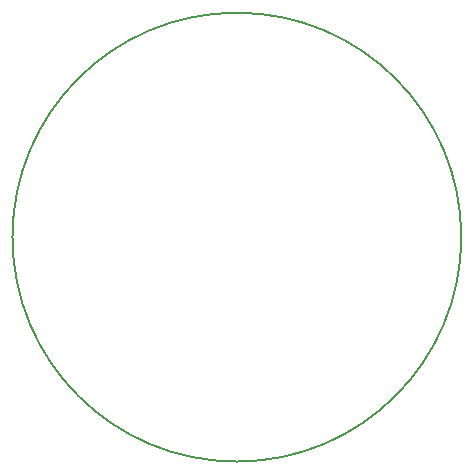
<source format=gbr>
G04 #@! TF.GenerationSoftware,KiCad,Pcbnew,5.0.1-33cea8e~67~ubuntu16.04.1*
G04 #@! TF.CreationDate,2018-10-18T10:50:00-04:00*
G04 #@! TF.ProjectId,MQP Kat Foot Sensors,4D5150204B617420466F6F742053656E,rev?*
G04 #@! TF.SameCoordinates,Original*
G04 #@! TF.FileFunction,Profile,NP*
%FSLAX46Y46*%
G04 Gerber Fmt 4.6, Leading zero omitted, Abs format (unit mm)*
G04 Created by KiCad (PCBNEW 5.0.1-33cea8e~67~ubuntu16.04.1) date Thu 18 Oct 2018 10:50:00 AM EDT*
%MOMM*%
%LPD*%
G01*
G04 APERTURE LIST*
%ADD10C,0.200000*%
G04 APERTURE END LIST*
D10*
X19000000Y0D02*
G75*
G03X19000000Y0I-19000000J0D01*
G01*
M02*

</source>
